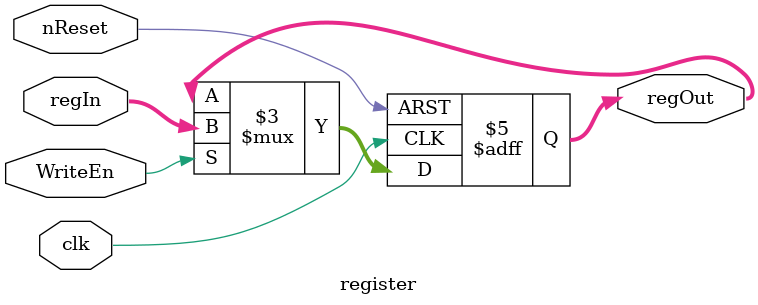
<source format=sv>

module register #(
    parameter integer WIDTH = 32
) (
    input logic clk,
    input logic nReset,
	input logic WriteEn,
    input logic [WIDTH-1:0] regIn,
    output logic [WIDTH-1:0] regOut
);
	logic stall_counter, transfer1, transfer2;
	
    always_ff @(posedge clk or negedge nReset) begin
        if (!nReset)
            regOut <= '0;
        else if (WriteEn)
            regOut <= regIn;  // Write new value if enabled
	end

endmodule // register



















</source>
